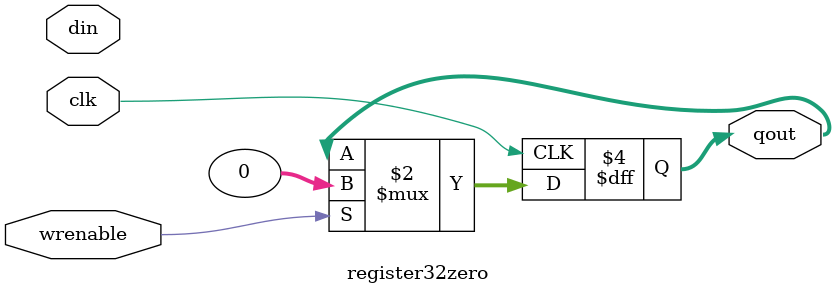
<source format=v>
module register32zero
(
  output reg[31:0] qout,
  input[31:0] din,
  input wrenable,
  input clk
  );

  always @(posedge clk) begin
    if(wrenable) begin
      qout <= 32'h00000000;
      end
  end



endmodule

</source>
